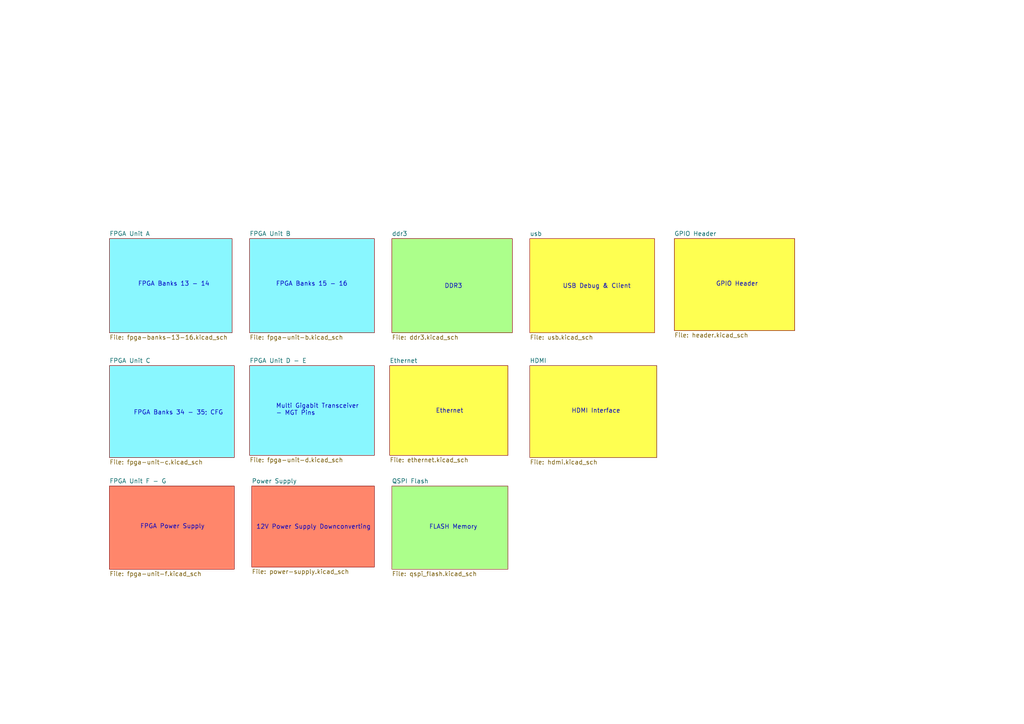
<source format=kicad_sch>
(kicad_sch (version 20230121) (generator eeschema)
  (paper "A4")
  (lib_symbols)
  (text "FPGA Banks 13 - 14\n" (at 40.005 83.185 0) (effects (font (size 1.27 1.27)) (justify left bottom)))
  (text "HDMI Interface\n" (at 165.735 120.015 0) (effects (font (size 1.27 1.27)) (justify left bottom)))
  (text "USB Debug & Client\n" (at 163.195 83.82 0) (effects (font (size 1.27 1.27)) (justify left bottom)))
  (text "FPGA Power Supply\n\n" (at 40.64 155.575 0) (effects (font (size 1.27 1.27)) (justify left bottom)))
  (text "Multi Gigabit Transceiver \n- MGT Pins" (at 80.01 120.65 0) (effects (font (size 1.27 1.27)) (justify left bottom)))
  (text "FPGA Banks 34 - 35; CFG\n\n" (at 38.735 122.555 0) (effects (font (size 1.27 1.27)) (justify left bottom)))
  (text "FLASH Memory" (at 124.46 153.67 0) (effects (font (size 1.27 1.27)) (justify left bottom)))
  (text "DDR3\n" (at 128.905 83.82 0) (effects (font (size 1.27 1.27)) (justify left bottom)))
  (text "12V Power Supply Downconverting\n" (at 74.295 153.67 0) (effects (font (size 1.27 1.27)) (justify left bottom)))
  (text "Ethernet" (at 126.365 120.015 0) (effects (font (size 1.27 1.27)) (justify left bottom)))
  (text "GPIO Header\n" (at 207.645 83.185 0) (effects (font (size 1.27 1.27)) (justify left bottom)))
  (text "FPGA Banks 15 - 16\n" (at 80.01 83.185 0) (effects (font (size 1.27 1.27)) (justify left bottom)))
  (sheet (at 153.67 106.045) (size 36.83 26.67) (stroke (width 0.1524) (color 125 22 30 1)) (fill (color 254 255 81 1.0000))
    (property "Sheetname" "HDMI" (at 153.67 105.3334 0) (effects (justify left bottom)))
    (property "Sheetfile" "hdmi.kicad_sch" (at 153.67 133.2996 0) (effects (justify left top)))
  )
  (sheet (at 153.67 69.215) (size 36.195 27.305) (stroke (width 0.1524) (color 155 14 18 1)) (fill (color 254 255 81 1.0000))
    (property "Sheetname" "usb" (at 153.67 68.5034 0) (effects (justify left bottom)))
    (property "Sheetfile" "usb.kicad_sch" (at 153.67 97.1046 0) (effects (justify left top)))
  )
  (sheet (at 31.75 106.045) (size 36.195 26.67) (stroke (width 0.1524)) (fill (color 137 247 255 1.0000))
    (property "Sheetname" "FPGA Unit C" (at 31.75 105.3334 0) (effects (justify left bottom)))
    (property "Sheetfile" "fpga-unit-c.kicad_sch" (at 31.75 133.2996 0) (effects (justify left top)))
  )
  (sheet (at 72.39 106.045) (size 36.195 26.035) (stroke (width 0.1524)) (fill (color 137 247 255 1.0000))
    (property "Sheetname" "FPGA Unit D - E" (at 72.39 105.3334 0) (effects (justify left bottom)))
    (property "Sheetfile" "fpga-unit-d.kicad_sch" (at 72.39 132.6646 0) (effects (justify left top)))
  )
  (sheet (at 113.665 140.97) (size 33.655 24.13) (stroke (width 0.1524) (color 140 39 39 1)) (fill (color 172 255 139 1.0000))
    (property "Sheetname" "QSPI Flash" (at 113.665 140.2584 0) (effects (justify left bottom)))
    (property "Sheetfile" "qspi_flash.kicad_sch" (at 113.665 165.6846 0) (effects (justify left top)))
  )
  (sheet (at 113.03 106.045) (size 34.29 26.035) (stroke (width 0.1524)) (fill (color 254 255 81 1.0000))
    (property "Sheetname" "Ethernet" (at 113.03 105.3334 0) (effects (justify left bottom)))
    (property "Sheetfile" "ethernet.kicad_sch" (at 113.03 132.6646 0) (effects (justify left top)))
  )
  (sheet (at 113.665 69.215) (size 34.925 27.305) (stroke (width 0.1524)) (fill (color 172 255 139 1.0000))
    (property "Sheetname" "ddr3" (at 113.665 68.5034 0) (effects (justify left bottom)))
    (property "Sheetfile" "ddr3.kicad_sch" (at 113.665 97.1046 0) (effects (justify left top)))
  )
  (sheet (at 31.75 69.215) (size 35.56 27.305) (stroke (width 0.1524)) (fill (color 137 247 255 1.0000))
    (property "Sheetname" "FPGA Unit A" (at 31.75 68.5034 0) (effects (justify left bottom)))
    (property "Sheetfile" "fpga-banks-13-16.kicad_sch" (at 31.75 97.1046 0) (effects (justify left top)))
  )
  (sheet (at 72.39 69.215) (size 36.195 27.305) (stroke (width 0.1524)) (fill (color 137 247 255 1.0000))
    (property "Sheetname" "FPGA Unit B" (at 72.39 68.5034 0) (effects (justify left bottom)))
    (property "Sheetfile" "fpga-unit-b.kicad_sch" (at 72.39 97.1046 0) (effects (justify left top)))
  )
  (sheet (at 31.75 140.97) (size 36.195 24.13) (stroke (width 0.1524)) (fill (color 255 134 107 1.0000))
    (property "Sheetname" "FPGA Unit F - G" (at 31.75 140.2584 0) (effects (justify left bottom)))
    (property "Sheetfile" "fpga-unit-f.kicad_sch" (at 31.75 165.6846 0) (effects (justify left top)))
  )
  (sheet (at 73.025 140.97) (size 35.56 23.495) (stroke (width 0.1524)) (fill (color 255 134 107 1.0000))
    (property "Sheetname" "Power Supply" (at 73.025 140.2584 0) (effects (justify left bottom)))
    (property "Sheetfile" "power-supply.kicad_sch" (at 73.025 165.0496 0) (effects (justify left top)))
  )
  (sheet (at 195.58 69.215) (size 34.925 26.67) (stroke (width 0.1524) (color 142 1 8 1)) (fill (color 254 255 81 1.0000))
    (property "Sheetname" "GPIO Header" (at 195.58 68.5034 0) (effects (justify left bottom)))
    (property "Sheetfile" "header.kicad_sch" (at 195.58 96.4696 0) (effects (justify left top)))
  )
)
</source>
